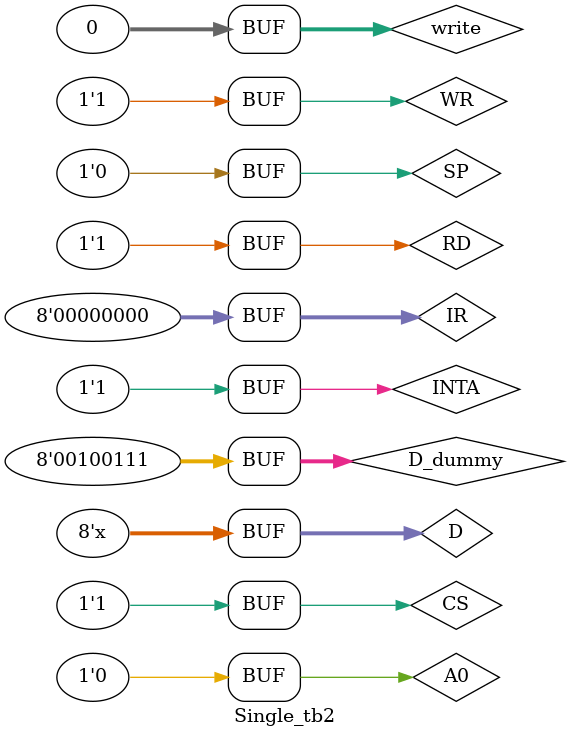
<source format=v>
module Single_TB1(); //edge mode
reg CS;  
reg WR ;
reg RD; 
wire [7:0] D; 
wire [2:0] CAS;
reg SP ;
wire INT;
reg [7:0] IR ;
reg INTA ;
reg A0;


reg [7:0] D_dummy;

integer write;

assign D = (write) ? D_dummy : 8'bz;

	PIC single_instance ( .CS(CS) , .WR(WR) ,.RD(RD) , .D(D) , .CAS(CAS) ,
	.SP(SP) , .INT(INT) , .IR(IR) , .INTA(INTA) , .A0(A0) );

initial 
begin
$monitor("time is %t IR is %b  D is %b  INT is %b " , $time , IR , D , INT);
//ICW1 
$display("ICW1");
CS = 0;
WR = 0;
RD = 1;
A0=0;
INTA=1;
write = 1;
D_dummy = 8'b10110011;
SP=0;
IR=8'b00000000;
#5
//Stops driving the bus signal
CS = 1;
WR = 1;
RD = 1;
A0=0;
write = 0;


#5
$display("ICW2");
//ICW2
CS = 0;
WR = 0;
RD = 1;
A0=1;
write = 1;
D_dummy = 8'b00110110;

#5
//Stops driving the bus signal
CS = 1;
WR = 1;
RD = 1;
A0=0;
write = 0;


//ICW4
#5
$display("ICW4");
CS = 0;
WR = 0;
RD = 1;
A0=1;
write = 1;
D_dummy = 8'b00010111;

//2 interrupts arrive

#5
$display("2 interrupts arrive");
IR=8'b00101000;


//read IRR
#5
$display("read IRR");
CS = 0;
WR = 1;
RD = 0;
A0=0;
write = 0;

#5
//Stops driving the bus signal
CS = 1;
WR = 1;
RD = 1;
A0=0;
write = 0;


#5
$display("first ack");
//first pulse
INTA=0;

#5
INTA=1;

//second pulse
#5
INTA=0;

#5
INTA=1;



#5
$display("second ack");
//first pulse
INTA=0;

#5
INTA=1;

#5
//second pulse
INTA=0;

#5
INTA=1;
IR=8'b00000000; //interuput request goes down

#5
$display("1 interrupt arrive");
IR=8'b00010000;

#5
$display("ack");
//first pulse
INTA=0;

#5
INTA=1;

#5
$display("a lower priority interrupt arrives mid ack");
IR=8'b01010000;

#5
//second pulse
INTA=0;

#5
INTA=1;


#5
$display("ack");
//first pulse
INTA=0;

#5
INTA=1;

#5
//second pulse
INTA=0;

#5
INTA=1;
IR=8'b00000000;

#5
$display("1 interrupt arrive");
IR=8'b00010000;

#5
$display("ack");
//first pulse
INTA=0;

#5
INTA=1;

#5
$display("a higher priority interrupt arrives mid ack");
IR=8'b00010010;

#5
//second pulse
INTA=0;

#5
INTA=1;

#5
$display("first ack");
//first pulse
INTA=0;

#5
INTA=1;

#5
//second pulse
INTA=0;

#5
INTA=1;

#5
$display("second ack");
//first pulse
INTA=0;

#5
INTA=1;

#5
//second pulse
INTA=0;

#5
INTA=1;
IR=8'b00000000;

#5
$display("turn on automatic rotate on AEOI");
CS = 0;
WR = 0;
RD = 1;
A0=0;
write = 1;
D_dummy = 8'b10000101;

#5
//Stops driving the bus signal
CS = 1;
WR = 1;
RD = 1;
A0=0;
write = 0;

#5
$display("1 interrupt arrives");
IR = 8'b00001000;

#5
$display("ack");
//first pulse
INTA=0;

#5
INTA=1;

#5
//second pulse
INTA=0;

#5
INTA=1;
IR=8'b00000000;

#5
$display("2 interrupts arrive");
IR=8'b01000010;


#5
$display("first ack");
//first pulse
INTA=0;

#5
INTA=1;

#5
//second pulse
INTA=0;

#5
INTA=1;



#5
$display("second ack");
//first pulse
INTA=0;

#5
INTA=1;

#5
//second pulse
INTA=0;

#5
INTA=1;
IR=8'b00000000;


end


endmodule

module Single_tb2(); //level mode
reg CS;  
reg WR ;
reg RD; 
wire [7:0] D; 
wire [2:0] CAS;
reg SP ;
wire INT;
reg [7:0] IR ;
reg INTA ;
reg A0;


reg [7:0] D_dummy;

integer write;

assign D = (write) ? D_dummy : 8'bz;

	PIC single_instance ( .CS(CS) , .WR(WR) ,.RD(RD) , .D(D) , .CAS(CAS) ,
	.SP(SP) , .INT(INT) , .IR(IR) , .INTA(INTA) , .A0(A0) );

initial 
begin
$monitor("time is %t IR is %b  D is %b  INT is %b " , $time , IR , D , INT);
//ICW1 
$display("ICW1");
CS = 0;
WR = 0;
RD = 1;
A0=0;
INTA=1;
write = 1;
D_dummy = 8'b10111010;
SP=0;
IR=8'b00000000;
#5
//Stops driving the bus signal
CS = 1;
WR = 1;
RD = 1;
A0=0;
write = 0;


#5
$display("ICW2");
//ICW2
CS = 0;
WR = 0;
RD = 1;
A0=1;
write = 1;
D_dummy = 8'b00110110;

#5
//Stops driving the bus signal
CS = 1;
WR = 1;
RD = 1;
A0=0;
write = 0;

#5
$display("setting read to ISR");
CS = 0;
WR = 0;
RD = 1;
A0=0;
write = 1;
D_dummy = 8'b00101111;

#5
//Stops driving the bus signal
CS = 1;
WR = 1;
RD = 1;
A0=0;
write = 0;


#5
$display("masking interrupt 4");
CS = 0;
WR = 0;
RD = 1;
A0=1;
write = 1;
D_dummy = 8'b00010000;

#5
//Stops driving the bus signal
CS = 1;
WR = 1;
RD = 1;
A0 = 0;
write = 0;

#5
$display("reading IMR");
RD = 0;
CS = 0;
A0 = 1;

#5
//Stops driving the bus signal
CS = 1;
WR = 1;
RD = 1;
A0 = 0;
write = 0;

#5
$display("interrupt 4 arrives");
IR=8'b00010000;
$display("INT line doesn't go high");


#5
$display("unmasking interrupt 4");
$display("INT line goes high");
CS = 0;
WR = 0;
RD = 1;
A0=1;
write = 1;
D_dummy = 8'b00000000;

#5
//Stops driving the bus signal
CS = 1;
WR = 1;
RD = 1;
A0 = 0;
write = 0;


#5
$display("ack");
//first pulse
INTA=0;

#5
INTA=1;

#5
//second pulse
INTA=0;

#5
INTA=1;

#5
$display("reading ISR");
RD = 0;
CS = 0;
A0 = 0;

#5
//Stops driving the bus signal
CS = 1;
WR = 1;
RD = 1;
A0 = 0;
write = 0;


#5
$display("non specific EOI");
$display("interrupt line goes high");
CS = 0;
WR = 0;
RD = 1;
A0=0;
write = 1;
D_dummy = 8'b00100111;

#5
//Stops driving the bus signal
CS = 1;
WR = 1;
RD = 1;
A0=0;
write = 0;

#5
$display("reading ISR");
RD = 0;
CS = 0;
A0 = 0;

#5
//Stops driving the bus signal
CS = 1;
WR = 1;
RD = 1;
A0 = 0;
write = 0;

#5
$display("ack");
//first pulse
INTA=0;

#5
INTA=1;

#5
//second pulse
INTA=0;


#5
INTA=1;

#5
$display("interrupt goes down");
IR=8'b00000000;

$display("non specific EOI");
CS = 0;
WR = 0;
RD = 1;
A0=0;
write = 1;
D_dummy = 8'b00100111;

#5
//Stops driving the bus signal
CS = 1;
WR = 1;
RD = 1;
A0=0;
write = 0;


end
endmodule


</source>
